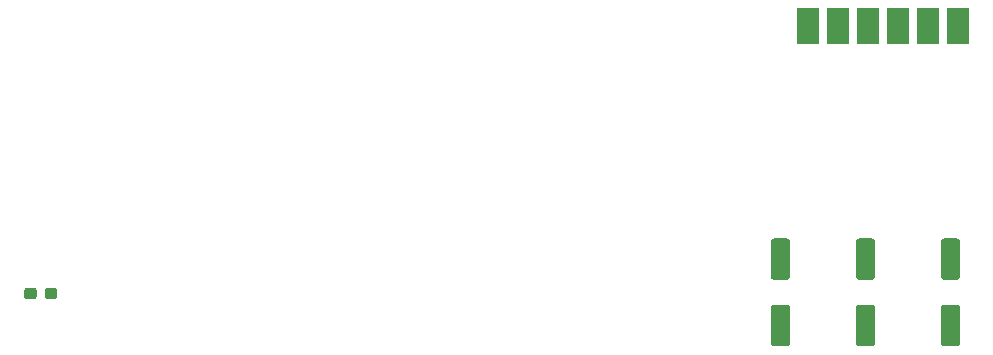
<source format=gtp>
G04 #@! TF.GenerationSoftware,KiCad,Pcbnew,(5.1.0)-1*
G04 #@! TF.CreationDate,2019-07-06T13:04:13-04:00*
G04 #@! TF.ProjectId,snes breakout,736e6573-2062-4726-9561-6b6f75742e6b,rev?*
G04 #@! TF.SameCoordinates,Original*
G04 #@! TF.FileFunction,Paste,Top*
G04 #@! TF.FilePolarity,Positive*
%FSLAX46Y46*%
G04 Gerber Fmt 4.6, Leading zero omitted, Abs format (unit mm)*
G04 Created by KiCad (PCBNEW (5.1.0)-1) date 2019-07-06 13:04:13*
%MOMM*%
%LPD*%
G04 APERTURE LIST*
%ADD10C,0.100000*%
%ADD11C,1.600000*%
%ADD12R,1.905000X3.083560*%
%ADD13C,0.950000*%
G04 APERTURE END LIST*
D10*
G36*
X165974504Y-45251204D02*
G01*
X165998773Y-45254804D01*
X166022571Y-45260765D01*
X166045671Y-45269030D01*
X166067849Y-45279520D01*
X166088893Y-45292133D01*
X166108598Y-45306747D01*
X166126777Y-45323223D01*
X166143253Y-45341402D01*
X166157867Y-45361107D01*
X166170480Y-45382151D01*
X166180970Y-45404329D01*
X166189235Y-45427429D01*
X166195196Y-45451227D01*
X166198796Y-45475496D01*
X166200000Y-45500000D01*
X166200000Y-48500000D01*
X166198796Y-48524504D01*
X166195196Y-48548773D01*
X166189235Y-48572571D01*
X166180970Y-48595671D01*
X166170480Y-48617849D01*
X166157867Y-48638893D01*
X166143253Y-48658598D01*
X166126777Y-48676777D01*
X166108598Y-48693253D01*
X166088893Y-48707867D01*
X166067849Y-48720480D01*
X166045671Y-48730970D01*
X166022571Y-48739235D01*
X165998773Y-48745196D01*
X165974504Y-48748796D01*
X165950000Y-48750000D01*
X164850000Y-48750000D01*
X164825496Y-48748796D01*
X164801227Y-48745196D01*
X164777429Y-48739235D01*
X164754329Y-48730970D01*
X164732151Y-48720480D01*
X164711107Y-48707867D01*
X164691402Y-48693253D01*
X164673223Y-48676777D01*
X164656747Y-48658598D01*
X164642133Y-48638893D01*
X164629520Y-48617849D01*
X164619030Y-48595671D01*
X164610765Y-48572571D01*
X164604804Y-48548773D01*
X164601204Y-48524504D01*
X164600000Y-48500000D01*
X164600000Y-45500000D01*
X164601204Y-45475496D01*
X164604804Y-45451227D01*
X164610765Y-45427429D01*
X164619030Y-45404329D01*
X164629520Y-45382151D01*
X164642133Y-45361107D01*
X164656747Y-45341402D01*
X164673223Y-45323223D01*
X164691402Y-45306747D01*
X164711107Y-45292133D01*
X164732151Y-45279520D01*
X164754329Y-45269030D01*
X164777429Y-45260765D01*
X164801227Y-45254804D01*
X164825496Y-45251204D01*
X164850000Y-45250000D01*
X165950000Y-45250000D01*
X165974504Y-45251204D01*
X165974504Y-45251204D01*
G37*
D11*
X165400000Y-47000000D03*
D10*
G36*
X165974504Y-50851204D02*
G01*
X165998773Y-50854804D01*
X166022571Y-50860765D01*
X166045671Y-50869030D01*
X166067849Y-50879520D01*
X166088893Y-50892133D01*
X166108598Y-50906747D01*
X166126777Y-50923223D01*
X166143253Y-50941402D01*
X166157867Y-50961107D01*
X166170480Y-50982151D01*
X166180970Y-51004329D01*
X166189235Y-51027429D01*
X166195196Y-51051227D01*
X166198796Y-51075496D01*
X166200000Y-51100000D01*
X166200000Y-54100000D01*
X166198796Y-54124504D01*
X166195196Y-54148773D01*
X166189235Y-54172571D01*
X166180970Y-54195671D01*
X166170480Y-54217849D01*
X166157867Y-54238893D01*
X166143253Y-54258598D01*
X166126777Y-54276777D01*
X166108598Y-54293253D01*
X166088893Y-54307867D01*
X166067849Y-54320480D01*
X166045671Y-54330970D01*
X166022571Y-54339235D01*
X165998773Y-54345196D01*
X165974504Y-54348796D01*
X165950000Y-54350000D01*
X164850000Y-54350000D01*
X164825496Y-54348796D01*
X164801227Y-54345196D01*
X164777429Y-54339235D01*
X164754329Y-54330970D01*
X164732151Y-54320480D01*
X164711107Y-54307867D01*
X164691402Y-54293253D01*
X164673223Y-54276777D01*
X164656747Y-54258598D01*
X164642133Y-54238893D01*
X164629520Y-54217849D01*
X164619030Y-54195671D01*
X164610765Y-54172571D01*
X164604804Y-54148773D01*
X164601204Y-54124504D01*
X164600000Y-54100000D01*
X164600000Y-51100000D01*
X164601204Y-51075496D01*
X164604804Y-51051227D01*
X164610765Y-51027429D01*
X164619030Y-51004329D01*
X164629520Y-50982151D01*
X164642133Y-50961107D01*
X164656747Y-50941402D01*
X164673223Y-50923223D01*
X164691402Y-50906747D01*
X164711107Y-50892133D01*
X164732151Y-50879520D01*
X164754329Y-50869030D01*
X164777429Y-50860765D01*
X164801227Y-50854804D01*
X164825496Y-50851204D01*
X164850000Y-50850000D01*
X165950000Y-50850000D01*
X165974504Y-50851204D01*
X165974504Y-50851204D01*
G37*
D11*
X165400000Y-52600000D03*
D10*
G36*
X173174504Y-50851204D02*
G01*
X173198773Y-50854804D01*
X173222571Y-50860765D01*
X173245671Y-50869030D01*
X173267849Y-50879520D01*
X173288893Y-50892133D01*
X173308598Y-50906747D01*
X173326777Y-50923223D01*
X173343253Y-50941402D01*
X173357867Y-50961107D01*
X173370480Y-50982151D01*
X173380970Y-51004329D01*
X173389235Y-51027429D01*
X173395196Y-51051227D01*
X173398796Y-51075496D01*
X173400000Y-51100000D01*
X173400000Y-54100000D01*
X173398796Y-54124504D01*
X173395196Y-54148773D01*
X173389235Y-54172571D01*
X173380970Y-54195671D01*
X173370480Y-54217849D01*
X173357867Y-54238893D01*
X173343253Y-54258598D01*
X173326777Y-54276777D01*
X173308598Y-54293253D01*
X173288893Y-54307867D01*
X173267849Y-54320480D01*
X173245671Y-54330970D01*
X173222571Y-54339235D01*
X173198773Y-54345196D01*
X173174504Y-54348796D01*
X173150000Y-54350000D01*
X172050000Y-54350000D01*
X172025496Y-54348796D01*
X172001227Y-54345196D01*
X171977429Y-54339235D01*
X171954329Y-54330970D01*
X171932151Y-54320480D01*
X171911107Y-54307867D01*
X171891402Y-54293253D01*
X171873223Y-54276777D01*
X171856747Y-54258598D01*
X171842133Y-54238893D01*
X171829520Y-54217849D01*
X171819030Y-54195671D01*
X171810765Y-54172571D01*
X171804804Y-54148773D01*
X171801204Y-54124504D01*
X171800000Y-54100000D01*
X171800000Y-51100000D01*
X171801204Y-51075496D01*
X171804804Y-51051227D01*
X171810765Y-51027429D01*
X171819030Y-51004329D01*
X171829520Y-50982151D01*
X171842133Y-50961107D01*
X171856747Y-50941402D01*
X171873223Y-50923223D01*
X171891402Y-50906747D01*
X171911107Y-50892133D01*
X171932151Y-50879520D01*
X171954329Y-50869030D01*
X171977429Y-50860765D01*
X172001227Y-50854804D01*
X172025496Y-50851204D01*
X172050000Y-50850000D01*
X173150000Y-50850000D01*
X173174504Y-50851204D01*
X173174504Y-50851204D01*
G37*
D11*
X172600000Y-52600000D03*
D10*
G36*
X173174504Y-45251204D02*
G01*
X173198773Y-45254804D01*
X173222571Y-45260765D01*
X173245671Y-45269030D01*
X173267849Y-45279520D01*
X173288893Y-45292133D01*
X173308598Y-45306747D01*
X173326777Y-45323223D01*
X173343253Y-45341402D01*
X173357867Y-45361107D01*
X173370480Y-45382151D01*
X173380970Y-45404329D01*
X173389235Y-45427429D01*
X173395196Y-45451227D01*
X173398796Y-45475496D01*
X173400000Y-45500000D01*
X173400000Y-48500000D01*
X173398796Y-48524504D01*
X173395196Y-48548773D01*
X173389235Y-48572571D01*
X173380970Y-48595671D01*
X173370480Y-48617849D01*
X173357867Y-48638893D01*
X173343253Y-48658598D01*
X173326777Y-48676777D01*
X173308598Y-48693253D01*
X173288893Y-48707867D01*
X173267849Y-48720480D01*
X173245671Y-48730970D01*
X173222571Y-48739235D01*
X173198773Y-48745196D01*
X173174504Y-48748796D01*
X173150000Y-48750000D01*
X172050000Y-48750000D01*
X172025496Y-48748796D01*
X172001227Y-48745196D01*
X171977429Y-48739235D01*
X171954329Y-48730970D01*
X171932151Y-48720480D01*
X171911107Y-48707867D01*
X171891402Y-48693253D01*
X171873223Y-48676777D01*
X171856747Y-48658598D01*
X171842133Y-48638893D01*
X171829520Y-48617849D01*
X171819030Y-48595671D01*
X171810765Y-48572571D01*
X171804804Y-48548773D01*
X171801204Y-48524504D01*
X171800000Y-48500000D01*
X171800000Y-45500000D01*
X171801204Y-45475496D01*
X171804804Y-45451227D01*
X171810765Y-45427429D01*
X171819030Y-45404329D01*
X171829520Y-45382151D01*
X171842133Y-45361107D01*
X171856747Y-45341402D01*
X171873223Y-45323223D01*
X171891402Y-45306747D01*
X171911107Y-45292133D01*
X171932151Y-45279520D01*
X171954329Y-45269030D01*
X171977429Y-45260765D01*
X172001227Y-45254804D01*
X172025496Y-45251204D01*
X172050000Y-45250000D01*
X173150000Y-45250000D01*
X173174504Y-45251204D01*
X173174504Y-45251204D01*
G37*
D11*
X172600000Y-47000000D03*
D10*
G36*
X180374504Y-45251204D02*
G01*
X180398773Y-45254804D01*
X180422571Y-45260765D01*
X180445671Y-45269030D01*
X180467849Y-45279520D01*
X180488893Y-45292133D01*
X180508598Y-45306747D01*
X180526777Y-45323223D01*
X180543253Y-45341402D01*
X180557867Y-45361107D01*
X180570480Y-45382151D01*
X180580970Y-45404329D01*
X180589235Y-45427429D01*
X180595196Y-45451227D01*
X180598796Y-45475496D01*
X180600000Y-45500000D01*
X180600000Y-48500000D01*
X180598796Y-48524504D01*
X180595196Y-48548773D01*
X180589235Y-48572571D01*
X180580970Y-48595671D01*
X180570480Y-48617849D01*
X180557867Y-48638893D01*
X180543253Y-48658598D01*
X180526777Y-48676777D01*
X180508598Y-48693253D01*
X180488893Y-48707867D01*
X180467849Y-48720480D01*
X180445671Y-48730970D01*
X180422571Y-48739235D01*
X180398773Y-48745196D01*
X180374504Y-48748796D01*
X180350000Y-48750000D01*
X179250000Y-48750000D01*
X179225496Y-48748796D01*
X179201227Y-48745196D01*
X179177429Y-48739235D01*
X179154329Y-48730970D01*
X179132151Y-48720480D01*
X179111107Y-48707867D01*
X179091402Y-48693253D01*
X179073223Y-48676777D01*
X179056747Y-48658598D01*
X179042133Y-48638893D01*
X179029520Y-48617849D01*
X179019030Y-48595671D01*
X179010765Y-48572571D01*
X179004804Y-48548773D01*
X179001204Y-48524504D01*
X179000000Y-48500000D01*
X179000000Y-45500000D01*
X179001204Y-45475496D01*
X179004804Y-45451227D01*
X179010765Y-45427429D01*
X179019030Y-45404329D01*
X179029520Y-45382151D01*
X179042133Y-45361107D01*
X179056747Y-45341402D01*
X179073223Y-45323223D01*
X179091402Y-45306747D01*
X179111107Y-45292133D01*
X179132151Y-45279520D01*
X179154329Y-45269030D01*
X179177429Y-45260765D01*
X179201227Y-45254804D01*
X179225496Y-45251204D01*
X179250000Y-45250000D01*
X180350000Y-45250000D01*
X180374504Y-45251204D01*
X180374504Y-45251204D01*
G37*
D11*
X179800000Y-47000000D03*
D10*
G36*
X180374504Y-50851204D02*
G01*
X180398773Y-50854804D01*
X180422571Y-50860765D01*
X180445671Y-50869030D01*
X180467849Y-50879520D01*
X180488893Y-50892133D01*
X180508598Y-50906747D01*
X180526777Y-50923223D01*
X180543253Y-50941402D01*
X180557867Y-50961107D01*
X180570480Y-50982151D01*
X180580970Y-51004329D01*
X180589235Y-51027429D01*
X180595196Y-51051227D01*
X180598796Y-51075496D01*
X180600000Y-51100000D01*
X180600000Y-54100000D01*
X180598796Y-54124504D01*
X180595196Y-54148773D01*
X180589235Y-54172571D01*
X180580970Y-54195671D01*
X180570480Y-54217849D01*
X180557867Y-54238893D01*
X180543253Y-54258598D01*
X180526777Y-54276777D01*
X180508598Y-54293253D01*
X180488893Y-54307867D01*
X180467849Y-54320480D01*
X180445671Y-54330970D01*
X180422571Y-54339235D01*
X180398773Y-54345196D01*
X180374504Y-54348796D01*
X180350000Y-54350000D01*
X179250000Y-54350000D01*
X179225496Y-54348796D01*
X179201227Y-54345196D01*
X179177429Y-54339235D01*
X179154329Y-54330970D01*
X179132151Y-54320480D01*
X179111107Y-54307867D01*
X179091402Y-54293253D01*
X179073223Y-54276777D01*
X179056747Y-54258598D01*
X179042133Y-54238893D01*
X179029520Y-54217849D01*
X179019030Y-54195671D01*
X179010765Y-54172571D01*
X179004804Y-54148773D01*
X179001204Y-54124504D01*
X179000000Y-54100000D01*
X179000000Y-51100000D01*
X179001204Y-51075496D01*
X179004804Y-51051227D01*
X179010765Y-51027429D01*
X179019030Y-51004329D01*
X179029520Y-50982151D01*
X179042133Y-50961107D01*
X179056747Y-50941402D01*
X179073223Y-50923223D01*
X179091402Y-50906747D01*
X179111107Y-50892133D01*
X179132151Y-50879520D01*
X179154329Y-50869030D01*
X179177429Y-50860765D01*
X179201227Y-50854804D01*
X179225496Y-50851204D01*
X179250000Y-50850000D01*
X180350000Y-50850000D01*
X180374504Y-50851204D01*
X180374504Y-50851204D01*
G37*
D11*
X179800000Y-52600000D03*
D12*
X167750000Y-27300000D03*
X170290000Y-27300000D03*
X172830000Y-27300000D03*
X175370000Y-27300000D03*
X177910000Y-27300000D03*
X180450000Y-27300000D03*
D10*
G36*
X102210779Y-49426144D02*
G01*
X102233834Y-49429563D01*
X102256443Y-49435227D01*
X102278387Y-49443079D01*
X102299457Y-49453044D01*
X102319448Y-49465026D01*
X102338168Y-49478910D01*
X102355438Y-49494562D01*
X102371090Y-49511832D01*
X102384974Y-49530552D01*
X102396956Y-49550543D01*
X102406921Y-49571613D01*
X102414773Y-49593557D01*
X102420437Y-49616166D01*
X102423856Y-49639221D01*
X102425000Y-49662500D01*
X102425000Y-50137500D01*
X102423856Y-50160779D01*
X102420437Y-50183834D01*
X102414773Y-50206443D01*
X102406921Y-50228387D01*
X102396956Y-50249457D01*
X102384974Y-50269448D01*
X102371090Y-50288168D01*
X102355438Y-50305438D01*
X102338168Y-50321090D01*
X102319448Y-50334974D01*
X102299457Y-50346956D01*
X102278387Y-50356921D01*
X102256443Y-50364773D01*
X102233834Y-50370437D01*
X102210779Y-50373856D01*
X102187500Y-50375000D01*
X101612500Y-50375000D01*
X101589221Y-50373856D01*
X101566166Y-50370437D01*
X101543557Y-50364773D01*
X101521613Y-50356921D01*
X101500543Y-50346956D01*
X101480552Y-50334974D01*
X101461832Y-50321090D01*
X101444562Y-50305438D01*
X101428910Y-50288168D01*
X101415026Y-50269448D01*
X101403044Y-50249457D01*
X101393079Y-50228387D01*
X101385227Y-50206443D01*
X101379563Y-50183834D01*
X101376144Y-50160779D01*
X101375000Y-50137500D01*
X101375000Y-49662500D01*
X101376144Y-49639221D01*
X101379563Y-49616166D01*
X101385227Y-49593557D01*
X101393079Y-49571613D01*
X101403044Y-49550543D01*
X101415026Y-49530552D01*
X101428910Y-49511832D01*
X101444562Y-49494562D01*
X101461832Y-49478910D01*
X101480552Y-49465026D01*
X101500543Y-49453044D01*
X101521613Y-49443079D01*
X101543557Y-49435227D01*
X101566166Y-49429563D01*
X101589221Y-49426144D01*
X101612500Y-49425000D01*
X102187500Y-49425000D01*
X102210779Y-49426144D01*
X102210779Y-49426144D01*
G37*
D13*
X101900000Y-49900000D03*
D10*
G36*
X103960779Y-49426144D02*
G01*
X103983834Y-49429563D01*
X104006443Y-49435227D01*
X104028387Y-49443079D01*
X104049457Y-49453044D01*
X104069448Y-49465026D01*
X104088168Y-49478910D01*
X104105438Y-49494562D01*
X104121090Y-49511832D01*
X104134974Y-49530552D01*
X104146956Y-49550543D01*
X104156921Y-49571613D01*
X104164773Y-49593557D01*
X104170437Y-49616166D01*
X104173856Y-49639221D01*
X104175000Y-49662500D01*
X104175000Y-50137500D01*
X104173856Y-50160779D01*
X104170437Y-50183834D01*
X104164773Y-50206443D01*
X104156921Y-50228387D01*
X104146956Y-50249457D01*
X104134974Y-50269448D01*
X104121090Y-50288168D01*
X104105438Y-50305438D01*
X104088168Y-50321090D01*
X104069448Y-50334974D01*
X104049457Y-50346956D01*
X104028387Y-50356921D01*
X104006443Y-50364773D01*
X103983834Y-50370437D01*
X103960779Y-50373856D01*
X103937500Y-50375000D01*
X103362500Y-50375000D01*
X103339221Y-50373856D01*
X103316166Y-50370437D01*
X103293557Y-50364773D01*
X103271613Y-50356921D01*
X103250543Y-50346956D01*
X103230552Y-50334974D01*
X103211832Y-50321090D01*
X103194562Y-50305438D01*
X103178910Y-50288168D01*
X103165026Y-50269448D01*
X103153044Y-50249457D01*
X103143079Y-50228387D01*
X103135227Y-50206443D01*
X103129563Y-50183834D01*
X103126144Y-50160779D01*
X103125000Y-50137500D01*
X103125000Y-49662500D01*
X103126144Y-49639221D01*
X103129563Y-49616166D01*
X103135227Y-49593557D01*
X103143079Y-49571613D01*
X103153044Y-49550543D01*
X103165026Y-49530552D01*
X103178910Y-49511832D01*
X103194562Y-49494562D01*
X103211832Y-49478910D01*
X103230552Y-49465026D01*
X103250543Y-49453044D01*
X103271613Y-49443079D01*
X103293557Y-49435227D01*
X103316166Y-49429563D01*
X103339221Y-49426144D01*
X103362500Y-49425000D01*
X103937500Y-49425000D01*
X103960779Y-49426144D01*
X103960779Y-49426144D01*
G37*
D13*
X103650000Y-49900000D03*
M02*

</source>
